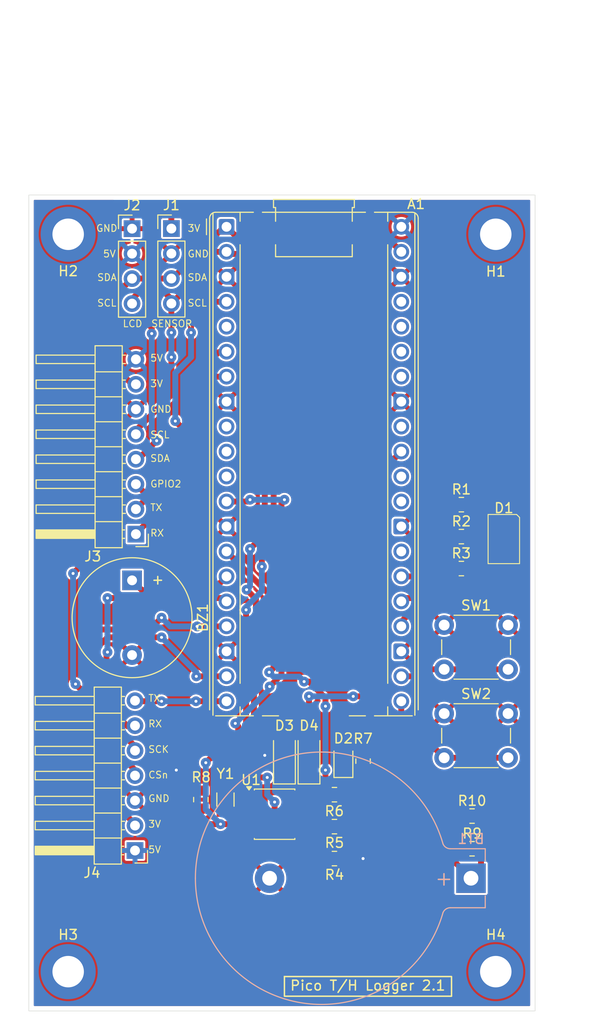
<source format=kicad_pcb>
(kicad_pcb (version 20241229) (generator "pcbnew") (generator_version "9.0")
  (layers (0 "F.Cu" signal) (2 "B.Cu" signal) (13 "F.Paste" user) (15 "B.Paste" user) (5 "F.SilkS" user "F.Silkscreen") (7 "B.SilkS" user "B.Silkscreen") (1 "F.Mask" user) (3 "B.Mask" user) (25 "Edge.Cuts" user))
  (net 0 "")
  (net 1 "+3.3V")
  (net 2 "GND")
  (net 5 "SPI CSn")
  (net 6 "ADC")
  (net 7 "SCL")
  (net 8 "SPI TX")
  (net 10 "SDA")
  (net 11 "SPI SCK")
  (net 13 "+5V")
  (net 18 "SPI RX")
  (net 19 "GPIO16")
  (net 20 "GPIO2")
  (net 21 "GPIO11")
  (net 22 "TX")
  (net 23 "GPIO10")
  (net 25 "RX")
  (net 26 "+BATT")
  (net 27 "Net-(D2-A)")
  (net 28 "GPIO17")
  (net 29 "GPIO20")
  (net 30 "GPIO18")
  (net 31 "GPIO19")
  (net 35 "Net-(D1-DI)")
  (net 36 "Net-(D1-VDD)")
  (net 37 "Net-(D1-DO)")
  (net 38 "Net-(D3-K)")
  (net 39 "Net-(U1-OSCI)")
  (net 40 "Net-(U1-OSCO)")
  (net 41 "GPIO9")
  (footprint "MountingHole:MountingHole_3.2mm_M3_DIN965_Pad" (layer "F.Cu") (at 138.5 39)
    (property "Reference" "H2" (at 0 3.75 0) (layer "F.SilkS"))
    (property "Value" "MountingHole_Pad")
    (pad "1" thru_hole circle (at 0 0) (size 5.6 5.6) (drill 3.2) (layers "*.Cu" "*.Mask") (net 2 "GND"))
  )
  (footprint "Resistor_SMD:R_0805_2012Metric" (layer "F.Cu") (at 165.5875 102.5 180)
    (property "Reference" "R4" (at 0 -1.65 0) (layer "F.SilkS"))
    (property "Value" "4K7")
    (pad "1" smd roundrect (at -0.9125 0 180) (size 1.025 1.4) (layers "F.Cu" "F.Mask" "F.Paste") (roundrect_rratio 0.243902) (net 13 "+5V"))
    (pad "2" smd roundrect (at 0.9125 0 180) (size 1.025 1.4) (layers "F.Cu" "F.Mask" "F.Paste") (roundrect_rratio 0.243902) (net 10 "SDA"))
  )
  (footprint "Resistor_SMD:R_0805_2012Metric" (layer "F.Cu") (at 178.5 73 180)
    (property "Reference" "R3" (at 0.01 1.55 0) (layer "F.SilkS"))
    (property "Value" "220")
    (pad "1" smd roundrect (at -0.9125 0 180) (size 1.025 1.4) (layers "F.Cu" "F.Mask" "F.Paste") (roundrect_rratio 0.243902) (net 36 "Net-(D1-VDD)"))
    (pad "2" smd roundrect (at 0.9125 0 180) (size 1.025 1.4) (layers "F.Cu" "F.Mask" "F.Paste") (roundrect_rratio 0.243902) (net 30 "GPIO18"))
  )
  (footprint "Resistor_SMD:R_0805_2012Metric" (layer "F.Cu") (at 152 96.5025 90)
    (property "Reference" "R8" (at 2.2775 0.025 0) (layer "F.SilkS"))
    (property "Value" "10K")
    (pad "1" smd roundrect (at -0.9125 0 90) (size 1.025 1.4) (layers "F.Cu" "F.Mask" "F.Paste") (roundrect_rratio 0.243902) (net 41 "GPIO9"))
    (pad "2" smd roundrect (at 0.9125 0 90) (size 1.025 1.4) (layers "F.Cu" "F.Mask" "F.Paste") (roundrect_rratio 0.243902) (net 13 "+5V"))
  )
  (footprint "LED_SMD:LED_0805_2012Metric" (layer "F.Cu") (at 166.5 92.5675 90)
    (property "Reference" "D2" (at 2.2925 0 0) (layer "F.SilkS"))
    (property "Value" "LED")
    (pad "1" smd roundrect (at -0.9375 0 90) (size 0.975 1.4) (layers "F.Cu" "F.Mask" "F.Paste") (net 23 "GPIO10"))
    (pad "2" smd roundrect (at 0.9375 0 90) (size 0.975 1.4) (layers "F.Cu" "F.Mask" "F.Paste") (net 27 "Net-(D2-A)"))
  )
  (footprint "Package_SO:SOIC-8_3.9x4.9mm_P1.27mm" (layer "F.Cu") (at 159.5 97.9875)
    (property "Reference" "U1" (at -2.4 -3.4875 0) (layer "F.SilkS"))
    (property "Value" "PCF8563T")
    (pad "1" smd roundrect (at -2.475 -1.905) (size 1.95 0.6) (layers "F.Cu" "F.Mask" "F.Paste") (net 39 "Net-(U1-OSCI)"))
    (pad "2" smd roundrect (at -2.475 -0.635) (size 1.95 0.6) (layers "F.Cu" "F.Mask" "F.Paste") (net 40 "Net-(U1-OSCO)"))
    (pad "3" smd roundrect (at -2.475 0.635) (size 1.95 0.6) (layers "F.Cu" "F.Mask" "F.Paste") (net 41 "GPIO9"))
    (pad "4" smd roundrect (at -2.475 1.905) (size 1.95 0.6) (layers "F.Cu" "F.Mask" "F.Paste") (net 2 "GND"))
    (pad "5" smd roundrect (at 2.475 1.905) (size 1.95 0.6) (layers "F.Cu" "F.Mask" "F.Paste") (net 10 "SDA"))
    (pad "6" smd roundrect (at 2.475 0.635) (size 1.95 0.6) (layers "F.Cu" "F.Mask" "F.Paste") (net 7 "SCL"))
    (pad "7" smd roundrect (at 2.475 -0.635) (size 1.95 0.6) (layers "F.Cu" "F.Mask" "F.Paste") (net 23 "GPIO10"))
    (pad "8" smd roundrect (at 2.475 -1.905) (size 1.95 0.6) (layers "F.Cu" "F.Mask" "F.Paste") (net 38 "Net-(D3-K)"))
  )
  (footprint "Resistor_SMD:R_0805_2012Metric" (layer "F.Cu") (at 168.5 92.5875 -90)
    (property "Reference" "R7" (at -2.2875 0 0) (layer "F.SilkS"))
    (property "Value" "220")
    (pad "1" smd roundrect (at -0.9125 0 270) (size 1.025 1.4) (layers "F.Cu" "F.Mask" "F.Paste") (roundrect_rratio 0.243902) (net 27 "Net-(D2-A)"))
    (pad "2" smd roundrect (at 0.9125 0 270) (size 1.025 1.4) (layers "F.Cu" "F.Mask" "F.Paste") (roundrect_rratio 0.243902) (net 13 "+5V"))
  )
  (footprint "Resistor_SMD:R_0805_2012Metric" (layer "F.Cu") (at 178.5 69.75 180)
    (property "Reference" "R2" (at 0 1.55 0) (layer "F.SilkS"))
    (property "Value" "220")
    (pad "1" smd roundrect (at -0.9125 0 180) (size 1.025 1.4) (layers "F.Cu" "F.Mask" "F.Paste") (roundrect_rratio 0.243902) (net 37 "Net-(D1-DO)"))
    (pad "2" smd roundrect (at 0.9125 0 180) (size 1.025 1.4) (layers "F.Cu" "F.Mask" "F.Paste") (roundrect_rratio 0.243902) (net 31 "GPIO19"))
  )
  (footprint "MountingHole:MountingHole_3.2mm_M3_DIN965_Pad" (layer "F.Cu") (at 138.5 114)
    (property "Reference" "H3" (at 0 -3.75 0) (layer "F.SilkS"))
    (property "Value" "MountingHole_Pad")
    (pad "1" thru_hole circle (at 0 0) (size 5.6 5.6) (drill 3.2) (layers "*.Cu" "*.Mask") (net 2 "GND"))
  )
  (footprint "LED_SMD:LED_Avago_PLCC4_3.2x2.8mm_CW" (layer "F.Cu") (at 182.82 70 -90)
    (property "Reference" "D1" (at -3.15 -0.01 0) (layer "F.SilkS"))
    (property "Value" "OSTBPCS2C2B")
    (pad "1" smd rect (at -1.5 -0.75 270) (size 1.5 1.1) (layers "F.Cu" "F.Mask" "F.Paste") (net 37 "Net-(D1-DO)"))
    (pad "2" smd rect (at 1.5 -0.75 270) (size 1.5 1.1) (layers "F.Cu" "F.Mask" "F.Paste") (net 2 "GND"))
    (pad "3" smd rect (at 1.5 0.75 270) (size 1.5 1.1) (layers "F.Cu" "F.Mask" "F.Paste") (net 36 "Net-(D1-VDD)"))
    (pad "4" smd rect (at -1.5 0.75 270) (size 1.5 1.1) (layers "F.Cu" "F.Mask" "F.Paste") (net 35 "Net-(D1-DI)"))
  )
  (footprint "MountingHole:MountingHole_3.2mm_M3_DIN965_Pad" (layer "F.Cu") (at 182 39)
    (property "Reference" "H1" (at 0 3.79 0) (layer "F.SilkS"))
    (property "Value" "MountingHole_Pad")
    (pad "1" thru_hole circle (at 0 0) (size 5.6 5.6) (drill 3.2) (layers "*.Cu" "*.Mask") (net 2 "GND"))
  )
  (footprint "Diode_SMD:D_MiniMELF" (layer "F.Cu") (at 160.5 92.25 90)
    (property "Reference" "D3" (at 3.275 0 0) (layer "F.SilkS"))
    (property "Value" "LL4148-DIO")
    (pad "1" smd roundrect (at -1.75 0 90) (size 1.3 1.7) (layers "F.Cu" "F.Mask" "F.Paste") (roundrect_rratio 0.1923076923) (net 38 "Net-(D3-K)"))
    (pad "2" smd roundrect (at 1.75 0 90) (size 1.3 1.7) (layers "F.Cu" "F.Mask" "F.Paste") (roundrect_rratio 0.1923076923) (net 13 "+5V"))
  )
  (footprint "Library:RaspberryPi_Pico_Common_THT" (layer "F.Cu") (at 154.61 38.24)
    (property "Reference" "A1" (at 18.28 -2.32 0) (layer "F.SilkS") (effects (justify left)))
    (property "Value" "RaspberryPi_Pico")
    (pad "1" thru_hole roundrect (at 0 0) (size 1.6 1.6) (drill 1) (layers "*.Cu" "*.Mask") (roundrect_rratio 0.125) (net 10 "SDA"))
    (pad "2" thru_hole circle (at 0 2.54) (size 1.6 1.6) (drill 1) (layers "*.Cu" "*.Mask") (net 7 "SCL"))
    (pad "3" thru_hole custom (at 0 5.08) (size 1.6 1.6) (drill 1) (layers "*.Cu" "*.Mask") (net 2 "GND") (options (clearance outline) (anchor circle)) (primitives (gr_poly (pts (xy 0.8 0.6) (xy 0.8 -0.6) (xy 0.6 -0.8) (xy 0 -0.8) (xy 0 0.8) (xy 0.6 0.8)) (width 0) (fill yes)) (gr_circle (center 0.6 0.6) (end 0.8 0.6) (width 0) (fill yes)) (gr_circle (center 0.6 -0.6) (end 0.8 -0.6) (width 0) (fill yes))))
    (pad "4" thru_hole circle (at 0 7.62) (size 1.6 1.6) (drill 1) (layers "*.Cu" "*.Mask") (net 20 "GPIO2"))
    (pad "5" thru_hole circle (at 0 10.16) (size 1.6 1.6) (drill 1) (layers "*.Cu" "*.Mask"))
    (pad "6" thru_hole circle (at 0 12.7) (size 1.6 1.6) (drill 1) (layers "*.Cu" "*.Mask") (net 22 "TX"))
    (pad "7" thru_hole circle (at 0 15.24) (size 1.6 1.6) (drill 1) (layers "*.Cu" "*.Mask") (net 25 "RX"))
    (pad "8" thru_hole custom (at 0 17.78) (size 1.6 1.6) (drill 1) (layers "*.Cu" "*.Mask") (net 2 "GND") (options (clearance outline) (anchor circle)) (primitives (gr_poly (pts (xy 0.8 0.6) (xy 0.8 -0.6) (xy 0.6 -0.8) (xy 0 -0.8) (xy 0 0.8) (xy 0.6 0.8)) (width 0) (fill yes)) (gr_circle (center 0.6 0.6) (end 0.8 0.6) (width 0) (fill yes)) (gr_circle (center 0.6 -0.6) (end 0.8 -0.6) (width 0) (fill yes))))
    (pad "9" thru_hole circle (at 0 20.32) (size 1.6 1.6) (drill 1) (layers "*.Cu" "*.Mask"))
    (pad "10" thru_hole circle (at 0 22.86) (size 1.6 1.6) (drill 1) (layers "*.Cu" "*.Mask"))
    (pad "11" thru_hole circle (at 0 25.4) (size 1.6 1.6) (drill 1) (layers "*.Cu" "*.Mask"))
    (pad "12" thru_hole circle (at 0 27.94) (size 1.6 1.6) (drill 1) (layers "*.Cu" "*.Mask") (net 41 "GPIO9"))
    (pad "13" thru_hole custom (at 0 30.48) (size 1.6 1.6) (drill 1) (layers "*.Cu" "*.Mask") (net 2 "GND") (options (clearance outline) (anchor circle)) (primitives (gr_poly (pts (xy 0.8 0.6) (xy 0.8 -0.6) (xy 0.6 -0.8) (xy 0 -0.8) (xy 0 0.8) (xy 0.6 0.8)) (width 0) (fill yes)) (gr_circle (center 0.6 0.6) (end 0.8 0.6) (width 0) (fill yes)) (gr_circle (center 0.6 -0.6) (end 0.8 -0.6) (width 0) (fill yes))))
    (pad "14" thru_hole circle (at 0 33.02) (size 1.6 1.6) (drill 1) (layers "*.Cu" "*.Mask") (net 23 "GPIO10"))
    (pad "15" thru_hole circle (at 0 35.56) (size 1.6 1.6) (drill 1) (layers "*.Cu" "*.Mask") (net 21 "GPIO11"))
    (pad "16" thru_hole circle (at 0 38.1) (size 1.6 1.6) (drill 1) (layers "*.Cu" "*.Mask") (net 18 "SPI RX"))
    (pad "17" thru_hole circle (at 0 40.64) (size 1.6 1.6) (drill 1) (layers "*.Cu" "*.Mask") (net 5 "SPI CSn"))
    (pad "18" thru_hole custom (at 0 43.18) (size 1.6 1.6) (drill 1) (layers "*.Cu" "*.Mask") (net 2 "GND") (options (clearance outline) (anchor circle)) (primitives (gr_poly (pts (xy 0.8 0.6) (xy 0.8 -0.6) (xy 0.6 -0.8) (xy 0 -0.8) (xy 0 0.8) (xy 0.6 0.8)) (width 0) (fill yes)) (gr_circle (center 0.6 0.6) (end 0.8 0.6) (width 0) (fill yes)) (gr_circle (center 0.6 -0.6) (end 0.8 -0.6) (width 0) (fill yes))))
    (pad "19" thru_hole circle (at 0 45.72) (size 1.6 1.6) (drill 1) (layers "*.Cu" "*.Mask") (net 11 "SPI SCK"))
    (pad "20" thru_hole circle (at 0 48.26) (size 1.6 1.6) (drill 1) (layers "*.Cu" "*.Mask") (net 8 "SPI TX"))
    (pad "21" thru_hole circle (at 17.78 48.26) (size 1.6 1.6) (drill 1) (layers "*.Cu" "*.Mask") (net 19 "GPIO16"))
    (pad "22" thru_hole circle (at 17.78 45.72) (size 1.6 1.6) (drill 1) (layers "*.Cu" "*.Mask") (net 28 "GPIO17"))
    (pad "23" thru_hole custom (at 17.78 43.18) (size 1.6 1.6) (drill 1) (layers "*.Cu" "*.Mask") (net 2 "GND") (options (clearance outline) (anchor circle)) (primitives (gr_poly (pts (xy -0.8 0.6) (xy -0.8 -0.6) (xy -0.6 -0.8) (xy 0 -0.8) (xy 0 0.8) (xy -0.6 0.8)) (width 0) (fill yes)) (gr_circle (center -0.6 0.6) (end -0.4 0.6) (width 0) (fill yes)) (gr_circle (center -0.6 -0.6) (end -0.4 -0.6) (width 0) (fill yes))))
    (pad "24" thru_hole circle (at 17.78 40.64) (size 1.6 1.6) (drill 1) (layers "*.Cu" "*.Mask") (net 30 "GPIO18"))
    (pad "25" thru_hole circle (at 17.78 38.1) (size 1.6 1.6) (drill 1) (layers "*.Cu" "*.Mask") (net 31 "GPIO19"))
    (pad "26" thru_hole circle (at 17.78 35.56) (size 1.6 1.6) (drill 1) (layers "*.Cu" "*.Mask") (net 29 "GPIO20"))
    (pad "27" thru_hole circle (at 17.78 33.02) (size 1.6 1.6) (drill 1) (layers "*.Cu" "*.Mask"))
    (pad "28" thru_hole custom (at 17.78 30.48) (size 1.6 1.6) (drill 1) (layers "*.Cu" "*.Mask") (net 2 "GND") (options (clearance outline) (anchor circle)) (primitives (gr_poly (pts (xy -0.8 0.6) (xy -0.8 -0.6) (xy -0.6 -0.8) (xy 0 -0.8) (xy 0 0.8) (xy -0.6 0.8)) (width 0) (fill yes)) (gr_circle (center -0.6 0.6) (end -0.4 0.6) (width 0) (fill yes)) (gr_circle (center -0.6 -0.6) (end -0.4 -0.6) (width 0) (fill yes))))
    (pad "29" thru_hole circle (at 17.78 27.94) (size 1.6 1.6) (drill 1) (layers "*.Cu" "*.Mask"))
    (pad "30" thru_hole circle (at 17.78 25.4) (size 1.6 1.6) (drill 1) (layers "*.Cu" "*.Mask"))
    (pad "31" thru_hole circle (at 17.78 22.86) (size 1.6 1.6) (drill 1) (layers "*.Cu" "*.Mask") (net 6 "ADC"))
    (pad "32" thru_hole circle (at 17.78 20.32) (size 1.6 1.6) (drill 1) (layers "*.Cu" "*.Mask"))
    (pad "33" thru_hole custom (at 17.78 17.78) (size 1.6 1.6) (drill 1) (layers "*.Cu" "*.Mask") (net 2 "GND") (options (clearance outline) (anchor circle)) (primitives (gr_poly (pts (xy -0.8 0.6) (xy -0.8 -0.6) (xy -0.6 -0.8) (xy 0 -0.8) (xy 0 0.8) (xy -0.6 0.8)) (width 0) (fill yes)) (gr_circle (center -0.6 0.6) (end -0.4 0.6) (width 0) (fill yes)) (gr_circle (center -0.6 -0.6) (end -0.4 -0.6) (width 0) (fill yes))))
    (pad "34" thru_hole circle (at 17.78 15.24) (size 1.6 1.6) (drill 1) (layers "*.Cu" "*.Mask"))
    (pad "35" thru_hole circle (at 17.78 12.7) (size 1.6 1.6) (drill 1) (layers "*.Cu" "*.Mask"))
    (pad "36" thru_hole circle (at 17.78 10.16) (size 1.6 1.6) (drill 1) (layers "*.Cu" "*.Mask"))
    (pad "37" thru_hole circle (at 17.78 7.62) (size 1.6 1.6) (drill 1) (layers "*.Cu" "*.Mask"))
    (pad "38" thru_hole custom (at 17.78 5.08) (size 1.6 1.6) (drill 1) (layers "*.Cu" "*.Mask") (net 2 "GND") (options (clearance outline) (anchor circle)) (primitives (gr_poly (pts (xy -0.8 0.6) (xy -0.8 -0.6) (xy -0.6 -0.8) (xy 0 -0.8) (xy 0 0.8) (xy -0.6 0.8)) (width 0) (fill yes)) (gr_circle (center -0.6 0.6) (end -0.4 0.6) (width 0) (fill yes)) (gr_circle (center -0.6 -0.6) (end -0.4 -0.6) (width 0) (fill yes))))
    (pad "39" thru_hole circle (at 17.78 2.54) (size 1.6 1.6) (drill 1) (layers "*.Cu" "*.Mask") (net 1 "+3.3V"))
    (pad "40" thru_hole circle (at 17.78 0) (size 1.6 1.6) (drill 1) (layers "*.Cu" "*.Mask") (net 13 "+5V"))
  )
  (footprint "Connector_PinHeader_2.54mm:PinHeader_1x08_P2.54mm_Horizontal" (layer "F.Cu") (at 145.39 69.5 180)
    (property "Reference" "J3" (at 4.385 -2.27 0) (layer "F.SilkS"))
    (property "Value" "Additional connector")
    (pad "1" thru_hole rect (at 0 0 180) (size 1.7 1.7) (drill 1) (layers "*.Cu" "*.Mask") (net 25 "RX"))
    (pad "2" thru_hole circle (at 0 2.54 180) (size 1.7 1.7) (drill 1) (layers "*.Cu" "*.Mask") (net 22 "TX"))
    (pad "3" thru_hole circle (at 0 5.08 180) (size 1.7 1.7) (drill 1) (layers "*.Cu" "*.Mask") (net 20 "GPIO2"))
    (pad "4" thru_hole circle (at 0 7.62 180) (size 1.7 1.7) (drill 1) (layers "*.Cu" "*.Mask") (net 10 "SDA"))
    (pad "5" thru_hole circle (at 0 10.16 180) (size 1.7 1.7) (drill 1) (layers "*.Cu" "*.Mask") (net 7 "SCL"))
    (pad "6" thru_hole circle (at 0 12.7 180) (size 1.7 1.7) (drill 1) (layers "*.Cu" "*.Mask") (net 2 "GND"))
    (pad "7" thru_hole circle (at 0 15.24 180) (size 1.7 1.7) (drill 1) (layers "*.Cu" "*.Mask") (net 1 "+3.3V"))
    (pad "8" thru_hole circle (at 0 17.78 180) (size 1.7 1.7) (drill 1) (layers "*.Cu" "*.Mask") (net 13 "+5V"))
  )
  (footprint "Diode_SMD:D_MiniMELF" (layer "F.Cu") (at 163 92.25 90)
    (property "Reference" "D4" (at 3.275 0 0) (layer "F.SilkS"))
    (property "Value" "LL4148-DIO")
    (pad "1" smd roundrect (at -1.75 0 90) (size 1.3 1.7) (layers "F.Cu" "F.Mask" "F.Paste") (roundrect_rratio 0.1923076923) (net 38 "Net-(D3-K)"))
    (pad "2" smd roundrect (at 1.75 0 90) (size 1.3 1.7) (layers "F.Cu" "F.Mask" "F.Paste") (roundrect_rratio 0.1923076923) (net 26 "+BATT"))
  )
  (footprint "Resistor_SMD:R_0805_2012Metric" (layer "F.Cu") (at 178.5 66.5 180)
    (property "Reference" "R1" (at 0 1.55 0) (layer "F.SilkS"))
    (property "Value" "220")
    (pad "1" smd roundrect (at -0.9125 0 180) (size 1.025 1.4) (layers "F.Cu" "F.Mask" "F.Paste") (roundrect_rratio 0.243902) (net 35 "Net-(D1-DI)"))
    (pad "2" smd roundrect (at 0.9125 0 180) (size 1.025 1.4) (layers "F.Cu" "F.Mask" "F.Paste") (roundrect_rratio 0.243902) (net 29 "GPIO20"))
  )
  (footprint "Buzzer_Beeper:Buzzer_12x9.5RM7.6" (layer "F.Cu") (at 145 74.2 -90)
    (property "Reference" "BZ1" (at 3.8 -7.2 90) (layer "F.SilkS"))
    (property "Value" "Buzzer 5V 12mm")
    (fp_text user "+" (at -0.01 -2.54 90) (layer "F.SilkS"))
    (pad "1" thru_hole rect (at 0 0 270) (size 2 2) (drill 1) (layers "*.Cu" "*.Mask") (net 21 "GPIO11"))
    (pad "2" thru_hole circle (at 7.6 0 270) (size 2 2) (drill 1) (layers "*.Cu" "*.Mask") (net 2 "GND"))
  )
  (footprint "Connector_PinHeader_2.54mm:PinHeader_1x07_P2.54mm_Horizontal" (layer "F.Cu") (at 145.3 101.68 180)
    (property "Reference" "J4" (at 4.385 -2.27 0) (layer "F.SilkS"))
    (property "Value" "SPI")
    (pad "1" thru_hole rect (at 0 0 180) (size 1.7 1.7) (drill 1) (layers "*.Cu" "*.Mask") (net 13 "+5V"))
    (pad "2" thru_hole circle (at 0 2.54 180) (size 1.7 1.7) (drill 1) (layers "*.Cu" "*.Mask") (net 1 "+3.3V"))
    (pad "3" thru_hole circle (at 0 5.08 180) (size 1.7 1.7) (drill 1) (layers "*.Cu" "*.Mask") (net 2 "GND"))
    (pad "4" thru_hole circle (at 0 7.62 180) (size 1.7 1.7) (drill 1) (layers "*.Cu" "*.Mask") (net 5 "SPI CSn"))
    (pad "5" thru_hole circle (at 0 10.16 180) (size 1.7 1.7) (drill 1) (layers "*.Cu" "*.Mask") (net 11 "SPI SCK"))
    (pad "6" thru_hole circle (at 0 12.7 180) (size 1.7 1.7) (drill 1) (layers "*.Cu" "*.Mask") (net 18 "SPI RX"))
    (pad "7" thru_hole circle (at 0 15.24 180) (size 1.7 1.7) (drill 1) (layers "*.Cu" "*.Mask") (net 8 "SPI TX"))
  )
  (footprint "Connector_PinHeader_2.54mm:PinHeader_1x04_P2.54mm_Vertical" (layer "F.Cu") (at 145 38.43)
    (property "Reference" "J2" (at 0 -2.38 0) (layer "F.SilkS"))
    (property "Value" "LCD 16x2")
    (pad "1" thru_hole rect (at 0 0) (size 1.7 1.7) (drill 1) (layers "*.Cu" "*.Mask") (net 2 "GND"))
    (pad "2" thru_hole circle (at 0 2.54) (size 1.7 1.7) (drill 1) (layers "*.Cu" "*.Mask") (net 13 "+5V"))
    (pad "3" thru_hole circle (at 0 5.08) (size 1.7 1.7) (drill 1) (layers "*.Cu" "*.Mask") (net 10 "SDA"))
    (pad "4" thru_hole circle (at 0 7.62) (size 1.7 1.7) (drill 1) (layers "*.Cu" "*.Mask") (net 7 "SCL"))
  )
  (footprint "Crystal:Crystal_SMD_3215-2Pin_3.2x1.5mm" (layer "F.Cu") (at 154.5 96.5 -90)
    (property "Reference" "Y1" (at -2.625 0 0) (layer "F.SilkS"))
    (property "Value" "32.768K-CFPX217")
    (pad "1" smd rect (at 1.25 0 270) (size 1 1.8) (layers "F.Cu" "F.Mask" "F.Paste") (net 40 "Net-(U1-OSCO)"))
    (pad "2" smd rect (at -1.25 0 270) (size 1 1.8) (layers "F.Cu" "F.Mask" "F.Paste") (net 39 "Net-(U1-OSCI)"))
  )
  (footprint "Button_Switch_THT:SW_PUSH_6mm" (layer "F.Cu") (at 176.75 78.75)
    (property "Reference" "SW1" (at 3.25 -2 0) (layer "F.SilkS"))
    (property "Value" "Tact Switch 6x6mm / 13mm")
    (pad "1" thru_hole circle (at 0 0 90) (size 2 2) (drill 1.1) (layers "*.Cu" "*.Mask") (net 2 "GND"))
    (pad "1" thru_hole circle (at 6.5 0 90) (size 2 2) (drill 1.1) (layers "*.Cu" "*.Mask") (net 2 "GND"))
    (pad "2" thru_hole circle (at 0 4.5 90) (size 2 2) (drill 1.1) (layers "*.Cu" "*.Mask") (net 28 "GPIO17"))
    (pad "2" thru_hole circle (at 6.5 4.5 90) (size 2 2) (drill 1.1) (layers "*.Cu" "*.Mask") (net 28 "GPIO17"))
  )
  (footprint "MountingHole:MountingHole_3.2mm_M3_DIN965_Pad" (layer "F.Cu") (at 182 114)
    (property "Reference" "H4" (at 0 -3.75 0) (layer "F.SilkS"))
    (property "Value" "MountingHole_Pad")
    (pad "1" thru_hole circle (at 0 0) (size 5.6 5.6) (drill 3.2) (layers "*.Cu" "*.Mask") (net 2 "GND"))
  )
  (footprint "Resistor_SMD:R_0805_2012Metric" (layer "F.Cu") (at 179.5875 98.175)
    (property "Reference" "R10" (at 0 -1.55 0) (layer "F.SilkS"))
    (property "Value" "100K")
    (pad "1" smd roundrect (at -0.9125 0) (size 1.025 1.4) (layers "F.Cu" "F.Mask" "F.Paste") (roundrect_rratio 0.243902) (net 6 "ADC"))
    (pad "2" smd roundrect (at 0.9125 0) (size 1.025 1.4) (layers "F.Cu" "F.Mask" "F.Paste") (roundrect_rratio 0.243902) (net 2 "GND"))
  )
  (footprint "Button_Switch_THT:SW_PUSH_6mm" (layer "F.Cu") (at 176.75 87.75)
    (property "Reference" "SW2" (at 3.25 -2 0) (layer "F.SilkS"))
    (property "Value" "Tact Switch 6x6mm / 13mm")
    (pad "1" thru_hole circle (at 0 0 90) (size 2 2) (drill 1.1) (layers "*.Cu" "*.Mask") (net 2 "GND"))
    (pad "1" thru_hole circle (at 6.5 0 90) (size 2 2) (drill 1.1) (layers "*.Cu" "*.Mask") (net 2 "GND"))
    (pad "2" thru_hole circle (at 0 4.5 90) (size 2 2) (drill 1.1) (layers "*.Cu" "*.Mask") (net 19 "GPIO16"))
    (pad "2" thru_hole circle (at 6.5 4.5 90) (size 2 2) (drill 1.1) (layers "*.Cu" "*.Mask") (net 19 "GPIO16"))
  )
  (footprint "Resistor_SMD:R_0805_2012Metric" (layer "F.Cu") (at 165.5875 99.25 180)
    (property "Reference" "R5" (at 0 -1.65 0) (layer "F.SilkS"))
    (property "Value" "4K7")
    (pad "1" smd roundrect (at -0.9125 0 180) (size 1.025 1.4) (layers "F.Cu" "F.Mask" "F.Paste") (roundrect_rratio 0.243902) (net 13 "+5V"))
    (pad "2" smd roundrect (at 0.9125 0 180) (size 1.025 1.4) (layers "F.Cu" "F.Mask" "F.Paste") (roundrect_rratio 0.243902) (net 7 "SCL"))
  )
  (footprint "Connector_PinHeader_2.54mm:PinHeader_1x04_P2.54mm_Vertical" (layer "F.Cu") (at 149 38.42)
    (property "Reference" "J1" (at 0 -2.38 0) (layer "F.SilkS"))
    (property "Value" "Sensor")
    (pad "1" thru_hole rect (at 0 0) (size 1.7 1.7) (drill 1) (layers "*.Cu" "*.Mask") (net 1 "+3.3V"))
    (pad "2" thru_hole circle (at 0 2.54) (size 1.7 1.7) (drill 1) (layers "*.Cu" "*.Mask") (net 2 "GND"))
    (pad "3" thru_hole circle (at 0 5.08) (size 1.7 1.7) (drill 1) (layers "*.Cu" "*.Mask") (net 10 "SDA"))
    (pad "4" thru_hole circle (at 0 7.62) (size 1.7 1.7) (drill 1) (layers "*.Cu" "*.Mask") (net 7 "SCL"))
  )
  (footprint "Resistor_SMD:R_0805_2012Metric" (layer "F.Cu") (at 165.5875 96 180)
    (property "Reference" "R6" (at 0.0125 -1.675 0) (layer "F.SilkS"))
    (property "Value" "4K7")
    (pad "1" smd roundrect (at -0.9125 0 180) (size 1.025 1.4) (layers "F.Cu" "F.Mask" "F.Paste") (roundrect_rratio 0.243902) (net 13 "+5V"))
    (pad "2" smd roundrect (at 0.9125 0 180) (size 1.025 1.4) (layers "F.Cu" "F.Mask" "F.Paste") (roundrect_rratio 0.243902) (net 23 "GPIO10"))
  )
  (footprint "Resistor_SMD:R_0805_2012Metric" (layer "F.Cu") (at 179.5875 101.5 180)
    (property "Reference" "R9" (at 0 1.55 0) (layer "F.SilkS"))
    (property "Value" "100K")
    (pad "1" smd roundrect (at -0.9125 0 180) (size 1.025 1.4) (layers "F.Cu" "F.Mask" "F.Paste") (roundrect_rratio 0.243902) (net 26 "+BATT"))
    (pad "2" smd roundrect (at 0.9125 0 180) (size 1.025 1.4) (layers "F.Cu" "F.Mask" "F.Paste") (roundrect_rratio 0.243902) (net 6 "ADC"))
  )
  (footprint "Battery:BatteryHolder_Keystone_104_1x23mm" (layer "B.Cu") (at 179.48 104.5 180)
    (property "Reference" "BT1" (at 0 4 0) (layer "B.SilkS") (effects (justify mirror)))
    (property "Value" "CR2032 3V")
    (fp_text user "+" (at 2.75 0 0) (layer "B.SilkS") (effects (font (size 1.5 1.5)) (justify mirror)))
    (pad "1" thru_hole rect (at 0 0 180) (size 3 3) (drill 1.5) (layers "*.Cu" "*.Mask") (net 26 "+BATT"))
    (pad "2" thru_hole circle (at 20.49 0 180) (size 3 3) (drill 1.5) (layers "*.Cu" "*.Mask") (net 2 "GND"))
  )
  (gr_rect (start 160.5 114.5) (end 177.5 116.5) (stroke (width 0.15)) (fill no) (layer "F.SilkS"))
  (gr_rect (start 134.5 35) (end 186 118) (stroke (width 0.05)) (fill no) (layer "Edge.Cuts"))
  (gr_text "CSn" (at 146.6 94.4 0) (layer "F.SilkS") (effects (font (size 0.7 0.7) (thickness 0.1) (bold yes)) (justify left bottom)))
  (gr_text "GND" (at 150.6 41.4 0) (layer "F.SilkS") (effects (font (size 0.7 0.7) (thickness 0.1) (bold yes)) (justify left bottom)))
  (gr_text "3V" (at 150.6 38.8 0) (layer "F.SilkS") (effects (font (size 0.7 0.7) (thickness 0.1) (bold yes)) (justify left bottom)))
  (gr_text "SDA" (at 150.6 43.8 0) (layer "F.SilkS") (effects (font (size 0.7 0.7) (thickness 0.1) (bold yes)) (justify left bottom)))
  (gr_text "GND" (at 146.6 96.8 0) (layer "F.SilkS") (effects (font (size 0.7 0.7) (thickness 0.1) (bold yes)) (justify left bottom)))
  (gr_text "TX" (at 146.8 67.2 0) (layer "F.SilkS") (effects (font (size 0.7 0.7) (thickness 0.1) (bold yes)) (justify left bottom)))
  (gr_text "RX" (at 146.6 89.2 0) (layer "F.SilkS") (effects (font (size 0.7 0.7) (thickness 0.1) (bold yes)) (justify left bottom)))
  (gr_text "GND" (at 141.3 38.8 0) (layer "F.SilkS") (effects (font (size 0.7 0.7) (thickness 0.1) (bold yes)) (justify left bottom)))
  (gr_text "SCL" (at 141.4 46.4 0) (layer "F.SilkS") (effects (font (size 0.7 0.7) (thickness 0.1) (bold yes)) (justify left bottom)))
  (gr_text "SCL" (at 150.6 46.4 0) (layer "F.SilkS") (effects (font (size 0.7 0.7) (thickness 0.1) (bold yes)) (justify left bottom)))
  (gr_text "SENSOR" (at 146.9 48.5 0) (layer "F.SilkS") (effects (font (size 0.7 0.7) (thickness 0.1) (bold yes)) (justify left bottom)))
  (gr_text "SDA" (at 141.4 43.8 0) (layer "F.SilkS") (effects (font (size 0.7 0.7) (thickness 0.1) (bold yes)) (justify left bottom)))
  (gr_text "TX" (at 146.6 86.6 0) (layer "F.SilkS") (effects (font (size 0.7 0.7) (thickness 0.1) (bold yes)) (justify left bottom)))
  (gr_text "5V" (at 146.8 52 0) (layer "F.SilkS") (effects (font (size 0.7 0.7) (thickness 0.1) (bold yes)) (justify left bottom)))
  (gr_text "RX" (at 146.8 69.8 0) (layer "F.SilkS") (effects (font (size 0.7 0.7) (thickness 0.1) (bold yes)) (justify left bottom)))
  (gr_text "GPIO2" (at 146.8 64.8 0) (layer "F.SilkS") (effects (font (size 0.7 0.7) (thickness 0.1) (bold yes)) (justify left bottom)))
  (gr_text "3V" (at 146.6 99.4 0) (layer "F.SilkS") (effects (font (size 0.7 0.7) (thickness 0.1) (bold yes)) (justify left bottom)))
  (gr_text "SCL" (at 146.8 59.8 0) (layer "F.SilkS") (effects (font (size 0.7 0.7) (thickness 0.1) (bold yes)) (justify left bottom)))
  (gr_text "LCD" (at 144 48.5 0) (layer "F.SilkS") (effects (font (size 0.7 0.7) (thickness 0.1) (bold yes)) (justify left bottom)))
  (gr_text "GND" (at 146.8 57.2 0) (layer "F.SilkS") (effects (font (size 0.7 0.7) (thickness 0.1) (bold yes)) (justify left bottom)))
  (gr_text "5V" (at 142 41.4 0) (layer "F.SilkS") (effects (font (size 0.7 0.7) (thickness 0.1) (bold yes)) (justify left bottom)))
  (gr_text "Pico T/H Logger 2.1" (at 161 116 0) (layer "F.SilkS") (effects (font (size 1 1)) (justify left bottom)))
  (gr_text "SDA" (at 146.8 62.2 0) (layer "F.SilkS") (effects (font (size 0.7 0.7) (thickness 0.1) (bold yes)) (justify left bottom)))
  (gr_text "5V" (at 146.6 102 0) (layer "F.SilkS") (effects (font (size 0.7 0.7) (thickness 0.1) (bold yes)) (justify left bottom)))
  (gr_text "SCK" (at 146.6 91.8 0) (layer "F.SilkS") (effects (font (size 0.7 0.7) (thickness 0.1) (bold yes)) (justify left bottom)))
  (gr_text "3V" (at 146.8 54.6 0) (layer "F.SilkS") (effects (font (size 0.7 0.7) (thickness 0.1) (bold yes)) (justify left bottom)))
  (segment (start 150 36) (end 143.5 36) (width 0.6) (layer "F.Cu") (net 1))
  (segment (start 143 91.4) (end 143 96.695) (width 0.6) (layer "F.Cu") (net 1))
  (segment (start 142.5 37) (end 142.5 51.76) (width 0.6) (layer "F.Cu") (net 1))
  (segment (start 150 36) (end 167.605 36) (width 0.6) (layer "F.Cu") (net 1))
  (segment (start 143 96.695) (end 145.385 99.08) (width 0.6) (layer "F.Cu") (net 1))
  (segment (start 149 37) (end 150 36) (width 0.6) (layer "F.Cu") (net 1))
  (segment (start 139.8 88.2) (end 143 91.4) (width 0.6) (layer "F.Cu") (net 1))
  (segment (start 139.8 85.3) (end 139.8 88.2) (width 0.6) (layer "F.Cu") (net 1))
  (segment (start 142.5 51.76) (end 145 54.26) (width 0.6) (layer "F.Cu") (net 1))
  (segment (start 142.5 70) (end 139 73.5) (width 0.6) (layer "F.Cu") (net 1))
  (segment (start 143.5 36) (end 142.5 37) (width 0.6) (layer "F.Cu") (net 1))
  (segment (start 167.605 36) (end 172.39 40.785) (width 0.6) (layer "F.Cu") (net 1))
  (segment (start 142.5 51.76) (end 142.5 70) (width 0.6) (layer "F.Cu") (net 1))
  (segment (start 149 38.42) (end 149 37) (width 0.6) (layer "F.Cu") (net 1))
  (segment (start 139.25 84.75) (end 139.8 85.3) (width 0.6) (layer "F.Cu") (net 1))
  (via (at 139 73.5) (size 1) (drill 0.3) (layers "F.Cu" "B.Cu") (net 1))
  (via (at 139.25 84.75) (size 1) (drill 0.3) (layers "F.Cu" "B.Cu") (net 1))
  (segment (start 139 73.5) (end 139 84.5) (width 0.6) (layer "B.Cu") (net 1))
  (segment (start 139 84.5) (end 139.25 84.75) (width 0.6) (layer "B.Cu") (net 1))
  (segment (start 143.8 91) (end 143.8 92) (width 0.6) (layer "F.Cu") (net 5))
  (segment (start 146.8 79.2) (end 141.3 79.2) (width 0.6) (layer "F.Cu") (net 5))
  (segment (start 141.3 79.2) (end 140.6 79.9) (width 0.6) (layer "F.Cu") (net 5))
  (segment (start 154.61 78.885) (end 151.615 78.885) (width 0.6) (layer "F.Cu") (net 5))
  (segment (start 140.6 87.8) (end 143.8 91) (width 0.6) (layer "F.Cu") (net 5))
  (segment (start 145.385 93.585) (end 145.385 94) (width 0.6) (layer "F.Cu") (net 5))
  (segment (start 143.8 92) (end 145.385 93.585) (width 0.6) (layer "F.Cu") (net 5))
  (segment (start 148 78) (end 146.8 79.2) (width 0.6) (layer "F.Cu") (net 5))
  (segment (start 140.6 79.9) (end 140.6 87.8) (width 0.6) (layer "F.Cu") (net 5))
  (segment (start 145.385 94) (end 145.5 94.115) (width 0.6) (layer "F.Cu") (net 5))
  (via (at 148 78) (size 1) (drill 0.3) (layers "F.Cu" "B.Cu") (net 5))
  (via (at 151.615 78.885) (size 1) (drill 0.3) (layers "F.Cu" "B.Cu") (net 5))
  (segment (start 148.885 78.885) (end 148 78) (width 0.6) (layer "B.Cu") (net 5))
  (segment (start 151.615 78.885) (end 148.885 78.885) (width 0.6) (layer "B.Cu") (net 5))
  (segment (start 170.6 97.2) (end 170.6 62.89) (width 0.6) (layer "F.Cu") (net 6))
  (segment (start 178.675 98.175) (end 178.675 101.5) (width 0.6) (layer "F.Cu") (net 6))
  (segment (start 170.6 62.89) (end 172.39 61.1) (width 0.6) (layer "F.Cu") (net 6))
  (segment (start 171.575 98.175) (end 170.6 97.2) (width 0.6) (layer "F.Cu") (net 6))
  (segment (start 178.675 98.175) (end 171.575 98.175) (width 0.6) (layer "F.Cu") (net 6))
  (segment (start 149 51.5) (end 149 55.34) (width 0.6) (layer "F.Cu") (net 7))
  (segment (start 158 41) (end 154.825 41) (width 0.6) (layer "F.Cu") (net 7))
  (segment (start 150.5 44.54) (end 149 46.04) (width 0.6) (layer "F.Cu") (net 7))
  (segment (start 152.965 40.785) (end 150.5 43.25) (width 0.6) (layer "F.Cu") (net 7))
  (segment (start 149 46.04) (end 149 49) (width 0.6) (layer "F.Cu") (net 7))
  (segment (start 156.65 75.15) (end 157.6 76.1) (width 0.6) (layer "F.Cu") (net 7))
  (segment (start 149 45.6) (end 147.8 44.4) (width 0.6) (layer "F.Cu") (net 7))
  (segment (start 161.975 98.635) (end 163.56 98.635) (width 0.6) (layer "F.Cu") (net 7))
  (segment (start 160.135 98.635) (end 161.975 98.635) (width 0.6) (layer "F.Cu") (net 7))
  (segment (start 149 46.04) (end 149 45.6) (width 0.6) (layer "F.Cu") (net 7))
  (segment (start 159.5 96.75) (end 159.5 98) (width 0.6) (layer "F.Cu") (net 7))
  (segment (start 163.56 98.635) (end 164.675 99.75) (width 0.6) (layer "F.Cu") (net 7))
  (segment (start 145 45.6) (end 145 46.04) (width 0.6) (layer "F.Cu") (net 7))
  (segment (start 157.6 78) (end 157.4 78.2) (width 0.6) (layer "F.Cu") (net 7))
  (segment (start 146.2 44.4) (end 145 45.6) (width 0.6) (layer "F.Cu") (net 7))
  (segment (start 157.4 93.9) (end 157.75 94.25) (width 0.6) (layer "F.Cu") (net 7))
  (segment (start 159.5 98) (end 160.135 98.635) (width 0.6) (layer "F.Cu") (net 7))
  (segment (start 145 59.34) (end 149 55.34) (width 0.6) (layer "F.Cu") (net 7))
  (segment (start 150.5 43.25) (end 150.5 44.54) (width 0.6) (layer "F.Cu") (net 7))
  (segment (start 154.825 41) (end 154.61 40.785) (width 0.6) (layer "F.Cu") (net 7))
  (segment (start 157.4 78.2) (end 157.4 93.9) (width 0.6) (layer "F.Cu") (net 7))
  (segment (start 157.6 76.1) (end 157.6 78) (width 0.6) (layer "F.Cu") (net 7))
  (segment (start 157 71) (end 158.5 69.5) (width 0.6) (layer "F.Cu") (net 7))
  (segment (start 147.8 44.4) (end 146.2 44.4) (width 0.6) (layer "F.Cu") (net 7))
  (segment (start 158.5 41.5) (end 158 41) (width 0.6) (layer "F.Cu") (net 7))
  (segment (start 154.61 40.785) (end 152.965 40.785) (width 0.6) (layer "F.Cu") (net 7))
  (segment (start 157.75 94.25) (end 158.75 94.25) (width 0.6) (layer "F.Cu") (net 7))
  (segment (start 158.5 69.5) (end 158.5 41.5) (width 0.6) (layer "F.Cu") (net 7))
  (via (at 159.5 96.75) (size 1) (drill 0.3) (layers "F.Cu" "B.Cu") (net 7))
  (via (at 156.65 75.15) (size 1) (drill 0.3) (layers "F.Cu" "B.Cu") (net 7))
  (via (at 157 71) (size 1) (drill 0.3) (layers "F.Cu" "B.Cu") (net 7))
  (via (at 158.75 94.25) (size 1) (drill 0.3) (layers "F.Cu" "B.Cu") (net 7))
  (via (at 149 51.5) (size 1) (drill 0.3) (layers "F.Cu" "B.Cu") (net 7))
  (via (at 149 49) (size 1) (drill 0.3) (layers "F.Cu" "B.Cu") (net 7))
  (segment (start 157 74.8) (end 157 71) (width 0.6) (layer "B.Cu") (net 7))
  (segment (start 149 51.5) (end 149 49) (width 0.6) (layer "B.Cu") (net 7))
  (segment (start 156.65 75.15) (end 157 74.8) (width 0.6) (layer "B.Cu") (net 7))
  (segment (start 158.75 94.25) (end 158.75 96) (width 0.6) (layer "B.Cu") (net 7))
  (segment (start 158.75 96) (end 159.5 96.75) (width 0.6) (layer "B.Cu") (net 7))
  (segment (start 145.5 86.5) (end 148 86.5) (width 0.6) (layer "F.Cu") (net 8))
  (segment (start 154.605 86.5) (end 151.5 86.5) (width 0.6) (layer "F.Cu") (net 8))
  (segment (start 154.61 86.505) (end 154.605 86.5) (width 0.6) (layer "F.Cu") (net 8))
  (segment (start 154.235 86.88) (end 154.61 86.505) (width 0.6) (layer "F.Cu") (net 8))
  (via (at 151.5 86.5) (size 1) (drill 0.3) (layers "F.Cu" "B.Cu") (net 8))
  (via (at 148 86.5) (size 1) (drill 0.3) (layers "F.Cu" "B.Cu") (net 8))
  (segment (start 148 86.5) (end 151.5 86.5) (width 0.6) (layer "B.Cu") (net 8))
  (segment (start 145.62 61.88) (end 147.5 60) (width 0.6) (layer "F.Cu") (net 10))
  (segment (start 145 43.5) (end 149 43.5) (width 0.6) (layer "F.Cu") (net 10))
  (segment (start 154.355 38.245) (end 149.1 43.5) (width 0.6) (layer "F.Cu") (net 10))
  (segment (start 146.5 48) (end 144 48) (width 0.6) (layer "F.Cu") (net 10))
  (segment (start 158.5 95.25) (end 158.5 98.5) (width 0.6) (layer "F.Cu") (net 10))
  (segment (start 143.4 45.1) (end 145 43.5) (width 0.6) (layer "F.Cu") (net 10))
  (segment (start 162.710465 99.905) (end 164.675 101.869535) (width 0.6) (layer "F.Cu") (net 10))
  (segment (start 154.61 38.245) (end 154.355 38.245) (width 0.6) (layer "F.Cu") (net 10))
  (segment (start 159.4 41.2) (end 158.4 40.2) (width 0.6) (layer "F.Cu") (net 10))
  (segment (start 159.905 99.905) (end 162.710465 99.905) (width 0.6) (layer "F.Cu") (net 10))
  (segment (start 164.675 101.869535) (end 164.675 102.5) (width 0.6) (layer "F.Cu") (net 10))
  (segment (start 158.5 98.5) (end 159.905 99.905) (width 0.6) (layer "F.Cu") (net 10))
  (segment (start 149.1 43.5) (end 149 43.5) (width 0.6) (layer "F.Cu") (net 10))
  (segment (start 156.6 94.4) (end 157.45 95.25) (width 0.6) (layer "F.Cu") (net 10))
  (segment (start 147 48.5) (end 146.5 48) (width 0.6) (layer "F.Cu") (net 10))
  (segment (start 156.565 40.2) (end 154.61 38.245) (width 0.6) (layer "F.Cu") (net 10))
  (segment (start 147 49.1) (end 147 48.5) (width 0.6) (layer "F.Cu") (net 10))
  (segment (start 144 48) (end 143.4 47.4) (width 0.6) (layer "F.Cu") (net 10))
  (segment (start 143.4 47.4) (end 143.4 45.1) (width 0.6) (layer "F.Cu") (net 10))
  (segment (start 145 61.88) (end 145.62 61.88) (width 0.6) (layer "F.Cu") (net 10))
  (segment (start 159.4 70.6) (end 159.4 41.2) (width 0.6) (layer "F.Cu") (net 10))
  (segment (start 158.2 71.8) (end 159.4 70.6) (width 0.6) (layer "F.Cu") (net 10))
  (segment (start 158.2 72.8) (end 158.2 71.8) (width 0.6) (layer "F.Cu") (net 10))
  (segment (start 156.6 77.2) (end 156.6 94.4) (width 0.6) (layer "F.Cu") (net 10))
  (segment (start 158.4 40.2) (end 156.565 40.2) (width 0.6) (layer "F.Cu") (net 10))
  (segment (start 157.45 95.25) (end 158.5 95.25) (width 0.6) (layer "F.Cu") (net 10))
  (via (at 156.6 77.2) (size 1) (drill 0.3) (layers "F.Cu" "B.Cu") (net 10))
  (via (at 158.2 72.8) (size 1) (drill 0.3) (layers "F.Cu" "B.Cu") (net 10))
  (via (at 147 49.1) (size 1) (drill 0.3) (layers "F.Cu" "B.Cu") (net 10))
  (via (at 147.5 60) (size 1) (drill 0.3) (layers "F.Cu" "B.Cu") (net 10))
  (segment (start 156.6 76.9) (end 158.2 75.3) (width 0.6) (layer "B.Cu") (net 10))
  (segment (start 147 49.1) (end 147 59.5) (width 0.6) (layer "B.Cu") (net 10))
  (segment (start 158.2 75.3) (end 158.2 72.8) (width 0.6) (layer "B.Cu") (net 10))
  (segment (start 156.6 77.2) (end 156.6 76.9) (width 0.6) (layer "B.Cu") (net 10))
  (segment (start 147 59.5) (end 147.5 60) (width 0.6) (layer "B.Cu") (net 10))
  (segment (start 141.5 81) (end 141.5 87.3) (width 0.6) (layer "F.Cu") (net 11))
  (segment (start 148 80) (end 142.5 80) (width 0.6) (layer "F.Cu") (net 11))
  (segment (start 142.5 80) (end 141.5 81) (width 0.6) (layer "F.Cu") (net 11))
  (segment (start 154.61 83.965) (end 151.535 83.965) (width 0.6) (layer "F.Cu") (net 11))
  (segment (start 145.5 91.3) (end 145.5 91.575) (width 0.6) (layer "F.Cu") (net 11))
  (segment (start 141.5 87.3) (end 145.5 91.3) (width 0.6) (layer "F.Cu") (net 11))
  (via (at 148 80) (size 1) (drill 0.3) (layers "F.Cu" "B.Cu") (net 11))
  (via (at 151.535 83.965) (size 1) (drill 0.3) (layers "F.Cu" "B.Cu") (net 11))
  (segment (start 151.535 83.535) (end 151.535 83.965) (width 0.6) (layer "B.Cu") (net 11))
  (segment (start 148 80) (end 151.535 83.535) (width 0.6) (layer "B.Cu") (net 11))
  (segment (start 168.5 102.5) (end 166.5 102.5) (width 0.6) (layer "F.Cu") (net 13))
  (segment (start 168.5 93.5) (end 168.5 94) (width 0.6) (layer "F.Cu") (net 13))
  (segment (start 168.5 94) (end 166.5 96) (width 0.6) (layer "F.Cu") (net 13))
  (segment (start 159.25 90.5) (end 160.5 90.5) (width 0.6) (layer "F.Cu") (net 13))
  (segment (start 158.5 91.25) (end 159.25 90.5) (width 0.6) (layer "F.Cu") (net 13))
  (segment (start 149.5 93.5) (end 149.5 95) (width 0.6) (layer "F.Cu") (net 13))
  (segment (start 166.5 102.5) (end 166.5 96) (width 0.6) (layer "F.Cu") (net 13))
  (segment (start 149.5 95) (end 150.0875 95.5875) (width 0.6) (layer "F.Cu") (net 13))
  (segment (start 158.5 92) (end 158.5 91.25) (width 0.6) (layer "F.Cu") (net 13))
  (segment (start 150.0875 95.5875) (end 152 95.5875) (width 0.6) (layer "F.Cu") (net 13))
  (via (at 158.5 92) (size 1) (drill 0.3) (layers "F.Cu" "B.Cu") (net 13))
  (via (at 168.5 102.5) (size 1) (drill 0.3) (layers "F.Cu" "B.Cu") (net 13))
  (via (at 149.5 93.5) (size 1) (drill 0.3) (layers "F.Cu" "B.Cu") (net 13))
  (segment (start 142.5 81.5) (end 142.4 81.6) (width 0.6) (layer "F.Cu") (net 18))
  (segment (start 154.265 76) (end 154.61 76.345) (width 0.6) (layer "F.Cu") (net 18))
  (segment (start 142.4 81.6) (end 142.4 86.9) (width 0.6) (layer "F.Cu") (net 18))
  (segment (start 142.5 76) (end 154.265 76) (width 0.6) (layer "F.Cu") (net 18))
  (segment (start 144.535 89.035) (end 145.5 89.035) (width 0.6) (layer "F.Cu") (net 18))
  (segment (start 142.4 86.9) (end 144.535 89.035) (width 0.6) (layer "F.Cu") (net 18))
  (via (at 142.5 81.5) (size 1) (drill 0.3) (layers "F.Cu" "B.Cu") (net 18))
  (via (at 142.5 76) (size 1) (drill 0.3) (layers "F.Cu" "B.Cu") (net 18))
  (segment (start 142.5 81.5) (end 142.5 76) (width 0.6) (layer "B.Cu") (net 18))
  (segment (start 172.39 86.505) (end 172.39 87.89) (width 0.6) (layer "F.Cu") (net 19))
  (segment (start 183.25 92.25) (end 176.75 92.25) (width 0.6) (layer "F.Cu") (net 19))
  (segment (start 172.39 87.89) (end 176.75 92.25) (width 0.6) (layer "F.Cu") (net 19))
  (segment (start 150 58.6) (end 150 64.8) (width 0.6) (layer "F.Cu") (net 20))
  (segment (start 151 49) (end 151 48) (width 0.6) (layer "F.Cu") (net 20))
  (segment (start 149.4 58) (end 150 58.6) (width 0.6) (layer "F.Cu") (net 20))
  (segment (start 153.135 45.865) (end 154.61 45.865) (width 0.6) (layer "F.Cu") (net 20))
  (segment (start 150 64.8) (end 149.6 65.2) (width 0.6) (layer "F.Cu") (net 20))
  (segment (start 151 48) (end 153.135 45.865) (width 0.6) (layer "F.Cu") (net 20))
  (segment (start 149.6 65.2) (end 146.165 65.2) (width 0.6) (layer "F.Cu") (net 20))
  (segment (start 146.165 65.2) (end 145.385 64.42) (width 0.6) (layer "F.Cu") (net 20))
  (via (at 151 49) (size 1) (drill 0.3) (layers "F.Cu" "B.Cu") (net 20))
  (via (at 149.4 58) (size 1) (drill 0.3) (layers "F.Cu" "B.Cu") (net 20))
  (segment (start 151 49) (end 151 51.5) (width 0.6) (layer "B.Cu") (net 20))
  (segment (start 151 51.5) (end 149.4 53.1) (width 0.6) (layer "B.Cu") (net 20))
  (segment (start 149.4 53.1) (end 149.4 58) (width 0.6) (layer "B.Cu") (net 20))
  (segment (start 154.61 73.805) (end 153.215 75.2) (width 0.6) (layer "F.Cu") (net 21))
  (segment (start 146 75.2) (end 145 74.2) (width 0.6) (layer "F.Cu") (net 21))
  (segment (start 153.215 75.2) (end 146 75.2) (width 0.6) (layer "F.Cu") (net 21))
  (segment (start 146.345 66) (end 145.385 66.96) (width 0.6) (layer "F.Cu") (net 22))
  (segment (start 153.8 51) (end 150.8 54) (width 0.6) (layer "F.Cu") (net 22))
  (segment (start 154.61 50.945) (end 154.555 51) (width 0.6) (layer "F.Cu") (net 22))
  (segment (start 150.8 65.2) (end 150 66) (width 0.6) (layer "F.Cu") (net 22))
  (segment (start 154.555 51) (end 153.8 51) (width 0.6) (layer "F.Cu") (net 22))
  (segment (start 150 66) (end 146.345 66) (width 0.6) (layer "F.Cu") (net 22))
  (segment (start 150.8 54) (end 150.8 65.2) (width 0.6) (layer "F.Cu") (net 22))
  (segment (start 159.4 83.1) (end 159.4 76.055) (width 0.6) (layer "F.Cu") (net 23))
  (segment (start 165.675 94.825) (end 166.5 94) (width 0.6) (layer "F.Cu") (net 23))
  (segment (start 164.675 96) (end 164.675 94.825) (width 0.6) (layer "F.Cu") (net 23))
  (segment (start 161.975 97.365) (end 164.135 97.365) (width 0.6) (layer "F.Cu") (net 23))
  (segment (start 166.5 94) (end 166.5 93.5) (width 0.6) (layer "F.Cu") (net 23))
  (segment (start 164.675 94.825) (end 165.675 94.825) (width 0.6) (layer "F.Cu") (net 23))
  (segment (start 164.675 94.825) (end 164.675 93.5) (width 0.6) (layer "F.Cu") (net 23))
  (segment (start 164.675 87) (end 164.675 86.175) (width 0.6) (layer "F.Cu") (net 23))
  (segment (start 159.4 76.055) (end 154.61 71.265) (width 0.6) (layer "F.Cu") (net 23))
  (segment (start 164.675 86.175) (end 163 84.5) (width 0.6) (layer "F.Cu") (net 23))
  (segment (start 164.675 96.825) (end 164.675 96) (width 0.6) (layer "F.Cu") (net 23))
  (segment (start 158.95 83.55) (end 159.4 83.1) (width 0.6) (layer "F.Cu") (net 23))
  (segment (start 164.135 97.365) (end 164.675 96.825) (width 0.6) (layer "F.Cu") (net 23))
  (segment (start 163 84.5) (end 162.5 84.5) (width 0.6) (layer "F.Cu") (net 23))
  (via (at 164.675 93.5) (size 1) (drill 0.3) (layers "F.Cu" "B.Cu") (net 23))
  (via (at 158.95 83.55) (size 1) (drill 0.3) (layers "F.Cu" "B.Cu") (net 23))
  (via (at 162.5 84.5) (size 1) (drill 0.3) (layers "F.Cu" "B.Cu") (net 23))
  (via (at 164.675 87) (size 1) (drill 0.3) (layers "F.Cu" "B.Cu") (net 23))
  (segment (start 159.4 84) (end 162 84) (width 0.6) (layer "B.Cu") (net 23))
  (segment (start 158.95 83.55) (end 159.4 84) (width 0.6) (layer "B.Cu") (net 23))
  (segment (start 164.675 87) (end 164.675 93.5) (width 0.6) (layer "B.Cu") (net 23))
  (segment (start 162 84) (end 162.5 84.5) (width 0.6) (layer "B.Cu") (net 23))
  (segment (start 151.6 54.4) (end 152.515 53.485) (width 0.6) (layer "F.Cu") (net 25))
  (segment (start 145.385 69.5) (end 145.385 69.4575) (width 0.6) (layer "F.Cu") (net 25))
  (segment (start 151.6 65.6) (end 151.6 54.4) (width 0.6) (layer "F.Cu") (net 25))
  (segment (start 152.515 53.485) (end 154.61 53.485) (width 0.6) (layer "F.Cu") (net 25))
  (segment (start 148.0425 66.8) (end 150.4 66.8) (width 0.6) (layer "F.Cu") (net 25))
  (segment (start 150.4 66.8) (end 151.6 65.6) (width 0.6) (layer "F.Cu") (net 25))
  (segment (start 145.385 69.4575) (end 148.0425 66.8) (width 0.6) (layer "F.Cu") (net 25))
  (segment (start 177.6 102.62) (end 179.48 104.5) (width 0.6) (layer "F.Cu") (net 26))
  (segment (start 169.5 86) (end 169.8 86.3) (width 0.6) (layer "F.Cu") (net 26))
  (segment (start 169.8 86.3) (end 169.8 97.6) (width 0.6) (layer "F.Cu") (net 26))
  (segment (start 169.8 97.6) (end 171.2 99) (width 0.6) (layer "F.Cu") (net 26))
  (segment (start 179.48 104.5) (end 179.49 104.5) (width 0.6) (layer "F.Cu") (net 26))
  (segment (start 177.6 99.4) (end 177.6 102.62) (width 0.6) (layer "F.Cu") (net 26))
  (segment (start 180.5 103.48) (end 179.48 104.5) (width 0.6) (layer "F.Cu") (net 26))
  (segment (start 171.2 99) (end 177.2 99) (width 0.6) (layer "F.Cu") (net 26))
  (segment (start 163 90.5) (end 163 86) (width 0.6) (layer "F.Cu") (net 26))
  (segment (start 177.2 99) (end 177.6 99.4) (width 0.6) (layer "F.Cu") (net 26))
  (segment (start 167.5 86) (end 169.5 86) (width 0.6) (layer "F.Cu") (net 26))
  (segment (start 180.5 101.5) (end 180.5 103.48) (width 0.6) (layer "F.Cu") (net 26))
  (segment (start 163 90.25) (end 163.25 90.5) (width 0.6) (layer "F.Cu") (net 26))
  (via (at 163 86) (size 1) (drill 0.3) (layers "F.Cu" "B.Cu") (net 26))
  (via (at 167.5 86) (size 1) (drill 0.3) (layers "F.Cu" "B.Cu") (net 26))
  (segment (start 163 86) (end 167.5 86) (width 0.6) (layer "B.Cu") (net 26))
  (segment (start 168.45 91.625) (end 168.5 91.675) (width 0.6) (layer "F.Cu") (net 27))
  (segment (start 167.05 91.675) (end 167 91.625) (width 0.6) (layer "F.Cu") (net 27))
  (segment (start 166.5 91.625) (end 168.45 91.625) (width 0.6) (layer "F.Cu") (net 27))
  (segment (start 174.035 83.965) (end 172.39 83.965) (width 0.6) (layer "F.Cu") (net 28))
  (segment (start 174.035 83.965) (end 174.75 83.25) (width 0.6) (layer "F.Cu") (net 28))
  (segment (start 176.75 83.25) (end 183.25 83.25) (width 0.6) (layer "F.Cu") (net 28))
  (segment (start 174.75 83.25) (end 176.75 83.25) (width 0.6) (layer "F.Cu") (net 28))
  (segment (start 177.5 67) (end 177.5 68) (width 0.6) (layer "F.Cu") (net 29))
  (segment (start 175.6 69.9) (end 175.6 72.6) (width 0.6) (layer "F.Cu") (net 29))
  (segment (start 174.395 73.805) (end 172.39 73.805) (width 0.6) (layer "F.Cu") (net 29))
  (segment (start 175.6 72.6) (end 174.395 73.805) (width 0.6) (layer "F.Cu") (net 29))
  (segment (start 177.5 68) (end 175.6 69.9) (width 0.6) (layer "F.Cu") (net 29))
  (segment (start 177.5875 73.2125) (end 172.39 78.41) (width 0.6) (layer "F.Cu") (net 30))
  (segment (start 172.39 78.41) (end 172.39 78.885) (width 0.6) (layer "F.Cu") (net 30))
  (segment (start 177.5 73.0875) (end 177.5875 73) (width 0.6) (layer "F.Cu") (net 30))
  (segment (start 177.5875 73) (end 177.5875 73.2125) (width 0.6) (layer "F.Cu") (net 30))
  (segment (start 177 69.8) (end 177.5375 69.8) (width 0.6) (layer "F.Cu") (net 31))
  (segment (start 172.735 76) (end 173.5 76) (width 0.6) (layer "F.Cu") (net 31))
  (segment (start 176.5 73) (end 176.5 70.3) (width 0.6) (layer "F.Cu") (net 31))
  (segment (start 172.39 76.345) (end 172.735 76) (width 0.6) (layer "F.Cu") (net 31))
  (segment (start 173.5 76) (end 176.5 73) (width 0.6) (layer "F.Cu") (net 31))
  (segment (start 176.5 70.3) (end 177 69.8) (width 0.6) (layer "F.Cu") (net 31))
  (segment (start 181.775 68.8) (end 180.3 68.8) (width 0.6) (layer "F.Cu") (net 35))
  (segment (start 182.075 68.5) (end 181.775 68.8) (width 0.6) (layer "F.Cu") (net 35))
  (segment (start 180.3 68.8) (end 179.4125 67.9125) (width 0.6) (layer "F.Cu") (net 35))
  (segment (start 179.4125 67.9125) (end 179.4125 66.5) (width 0.6) (layer "F.Cu") (net 35))
  (segment (start 179.5 72.9125) (end 179.4125 73) (width 0.6) (layer "F.Cu") (net 36))
  (segment (start 182.075 71.5) (end 180.5 71.5) (width 0.6) (layer "F.Cu") (net 36))
  (segment (start 179.5 72.5) (end 179.5 72.9125) (width 0.6) (layer "F.Cu") (net 36))
  (segment (start 180.5 71.5) (end 179.5 72.5) (width 0.6) (layer "F.Cu") (net 36))
  (segment (start 183.575 69.75) (end 179.4125 69.75) (width 0.6) (layer "F.Cu") (net 37))
  (segment (start 183.575 68.5) (end 183.575 69.75) (width 0.6) (layer "F.Cu") (net 37))
  (segment (start 163.495 95.505) (end 162.905 96.095) (width 0.6) (layer "F.Cu") (net 38))
  (segment (start 162.905 96.095) (end 161.975 96.095) (width 0.6) (layer "F.Cu") (net 38))
  (segment (start 160.5 94) (end 163.49 94) (width 0.6) (layer "F.Cu") (net 38))
  (segment (start 163.495 93.995) (end 163.495 95.505) (width 0.6) (layer "F.Cu") (net 38))
  (segment (start 163.49 94) (end 163.495 93.995) (width 0.6) (layer "F.Cu") (net 38))
  (segment (start 155.345 96.095) (end 154.5 95.25) (width 0.6) (layer "F.Cu") (net 39))
  (segment (start 157.025 96.095) (end 155.345 96.095) (width 0.6) (layer "F.Cu") (net 39))
  (segment (start 154.885 97.365) (end 154.5 97.75) (width 0.6) (layer "F.Cu") (net 40))
  (segment (start 157.025 97.365) (end 154.885 97.365) (width 0.6) (layer "F.Cu") (net 40))
  (segment (start 155.5 88.75) (end 155.8 89.05) (width 0.6) (layer "F.Cu") (net 41))
  (segment (start 154 99) (end 155.5 99) (width 0.6) (layer "F.Cu") (net 41))
  (segment (start 155.8 91.45) (end 155 92.25) (width 0.6) (layer "F.Cu") (net 41))
  (segment (start 155.865 98.635) (end 157.025 98.635) (width 0.6) (layer "F.Cu") (net 41))
  (segment (start 159 85) (end 160.2 83.8) (width 0.6) (layer "F.Cu") (net 41))
  (segment (start 156.815 66.185) (end 154.61 66.185) (width 0.6) (layer "F.Cu") (net 41))
  (segment (start 160.2 66.3) (end 160.5 66) (width 0.6) (layer "F.Cu") (net 41))
  (segment (start 155.8 89.05) (end 155.8 91.45) (width 0.6) (layer "F.Cu") (net 41))
  (segment (start 152.5 99) (end 152 98.5) (width 0.6) (layer "F.Cu") (net 41))
  (segment (start 153 92.25) (end 152.5 92.75) (width 0.6) (layer "F.Cu") (net 41))
  (segment (start 157 66) (end 156.815 66.185) (width 0.6) (layer "F.Cu") (net 41))
  (segment (start 155 92.25) (end 153 92.25) (width 0.6) (layer "F.Cu") (net 41))
  (segment (start 160.2 83.8) (end 160.2 66.3) (width 0.6) (layer "F.Cu") (net 41))
  (segment (start 155.5 99) (end 155.865 98.635) (width 0.6) (layer "F.Cu") (net 41))
  (segment (start 154 99) (end 152.5 99) (width 0.6) (layer "F.Cu") (net 41))
  (segment (start 152 98.5) (end 152 97.4125) (width 0.6) (layer "F.Cu") (net 41))
  (via (at 157 66) (size 1) (drill 0.3) (layers "F.Cu" "B.Cu") (net 41))
  (via (at 160.5 66) (size 1) (drill 0.3) (layers "F.Cu" "B.Cu") (net 41))
  (via (at 155.5 88.75) (size 1) (drill 0.3) (layers "F.Cu" "B.Cu") (net 41))
  (via (at 152.5 92.75) (size 1) (drill 0.3) (layers "F.Cu" "B.Cu") (net 41))
  (via (at 154 99) (size 1) (drill 0.3) (layers "F.Cu" "B.Cu") (net 41))
  (via (at 159 85) (size 1) (drill 0.3) (layers "F.Cu" "B.Cu") (net 41))
  (segment (start 159 85) (end 159 85.25) (width 0.6) (layer "B.Cu") (net 41))
  (segment (start 157 66) (end 160.5 66) (width 0.6) (layer "B.Cu") (net 41))
  (segment (start 159 85.25) (end 155.5 88.75) (width 0.6) (layer "B.Cu") (net 41))
  (segment (start 152.5 97.5) (end 152.5 92.75) (width 0.6) (layer "B.Cu") (net 41))
  (segment (start 154 99) (end 152.5 97.5) (width 0.6) (layer "B.Cu") (net 41))
  (zone (net 2) (net_name "GND") (layer "F.Cu") (connect_pads (clearance 0.2)) (min_thickness 0.16) (fill yes (thermal_gap 0.5) (thermal_bridge_width 0.5))
    (polygon (pts (xy 186 35) (xy 134.5 35) (xy 134.5 118) (xy 186 118)))
  )
  (zone (net 13) (net_name "+5V") (layer "B.Cu") (priority 1) (connect_pads (clearance 0.2)) (min_thickness 0.16) (fill yes (thermal_gap 0.5) (thermal_bridge_width 0.5))
    (polygon (pts (xy 186 118) (xy 134.5 118) (xy 134.5 35) (xy 186 35)))
  )
)
</source>
